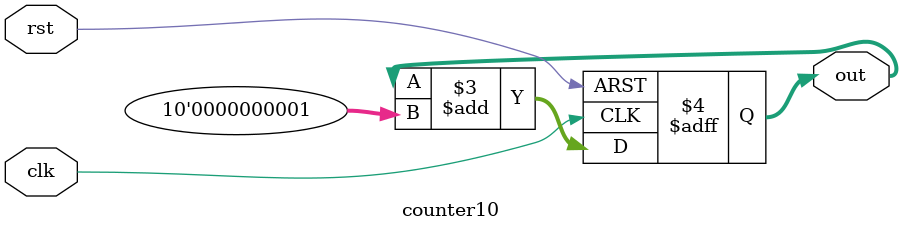
<source format=v>
module counter10(clk, rst, out);
    input clk, rst;
    output reg [9:0] out;

    always @(posedge clk or posedge rst) begin
        if (rst == 1'b1)
            out <= 10'b0000000000;
        else
            out <= out + 10'b0000000001;
    end
endmodule

</source>
